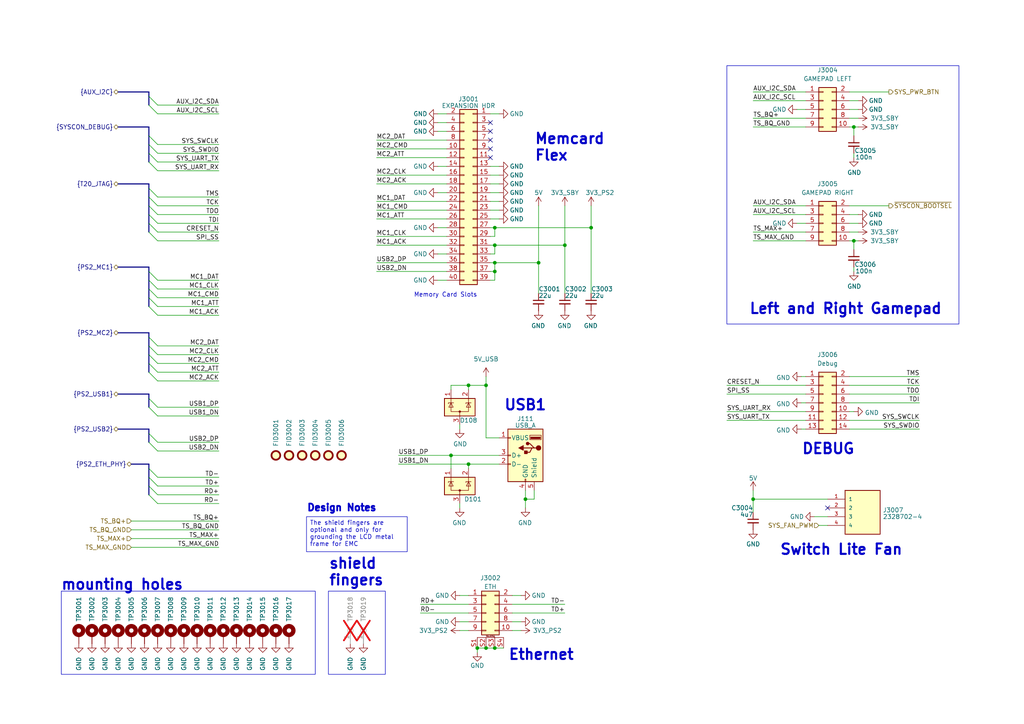
<source format=kicad_sch>
(kicad_sch (version 20230121) (generator eeschema)
  (paper "A4")
  (title_block (title "PS2 IO Connectors") (rev "0.3") (comment 5 "-a project by Tschicki"))
  (junction (at 143.51 66.04))
  (junction (at 143.51 78.74))
  (junction (at 143.51 76.2))
  (junction (at 247.65 36.83))
  (junction (at 130.81 132.08))
  (junction (at 163.83 71.12))
  (junction (at 247.65 69.85))
  (junction (at 143.51 187.96))
  (junction (at 156.21 76.2))
  (junction (at 171.45 66.04))
  (junction (at 218.44 144.78))
  (junction (at 140.97 111.76))
  (junction (at 138.43 187.96))
  (junction (at 140.97 187.96))
  (junction (at 143.51 71.12))
  (junction (at 152.4 144.78))
  (junction (at 135.89 134.62))
  (junction (at 135.89 111.76))
  (no_connect (at 240.03 147.32))
  (no_connect (at 142.24 40.64))
  (no_connect (at 142.24 45.72))
  (no_connect (at 142.24 43.18))
  (no_connect (at 142.24 38.1))
  (no_connect (at 142.24 35.56))
  (bus_entry (at 45.72 107.95) (size -2.54 -2.54))
  (bus_entry (at 45.72 88.9) (size -2.54 -2.54))
  (bus_entry (at 45.72 91.44) (size -2.54 -2.54))
  (bus_entry (at 43.18 57.15) (size 2.54 2.54))
  (bus_entry (at 43.18 64.77) (size 2.54 2.54))
  (bus_entry (at 45.72 81.28) (size -2.54 -2.54))
  (bus_entry (at 43.18 59.69) (size 2.54 2.54))
  (bus_entry (at 45.72 33.02) (size -2.54 -2.54))
  (bus_entry (at 45.72 118.11) (size -2.54 -2.54))
  (bus_entry (at 43.18 27.94) (size 2.54 2.54))
  (bus_entry (at 43.18 39.37) (size 2.54 2.54))
  (bus_entry (at 43.18 54.61) (size 2.54 2.54))
  (bus_entry (at 45.72 110.49) (size -2.54 -2.54))
  (bus_entry (at 45.72 105.41) (size -2.54 -2.54))
  (bus_entry (at 45.72 146.05) (size -2.54 -2.54))
  (bus_entry (at 45.72 128.27) (size -2.54 -2.54))
  (bus_entry (at 45.72 130.81) (size -2.54 -2.54))
  (bus_entry (at 45.72 143.51) (size -2.54 -2.54))
  (bus_entry (at 43.18 41.91) (size 2.54 2.54))
  (bus_entry (at 45.72 86.36) (size -2.54 -2.54))
  (bus_entry (at 45.72 120.65) (size -2.54 -2.54))
  (bus_entry (at 43.18 44.45) (size 2.54 2.54))
  (bus_entry (at 45.72 100.33) (size -2.54 -2.54))
  (bus_entry (at 43.18 46.99) (size 2.54 2.54))
  (bus_entry (at 45.72 102.87) (size -2.54 -2.54))
  (bus_entry (at 45.72 140.97) (size -2.54 -2.54))
  (bus_entry (at 45.72 83.82) (size -2.54 -2.54))
  (bus_entry (at 43.18 67.31) (size 2.54 2.54))
  (bus_entry (at 43.18 62.23) (size 2.54 2.54))
  (bus_entry (at 45.72 138.43) (size -2.54 -2.54))
  (wire (pts (xy 129.54 53.34) (xy 109.22 53.34)))
  (wire (pts (xy 45.72 62.23) (xy 63.5 62.23)))
  (wire (pts (xy 63.5 128.27) (xy 45.72 128.27)))
  (bus (pts (xy 43.18 118.11) (xy 43.18 115.57)))
  (bus (pts (xy 43.18 97.79) (xy 43.18 100.33)))
  (wire (pts (xy 133.35 123.19) (xy 133.35 124.46)))
  (wire (pts (xy 115.57 132.08) (xy 130.81 132.08)))
  (bus (pts (xy 43.18 102.87) (xy 43.18 105.41)))
  (wire (pts (xy 45.72 100.33) (xy 63.5 100.33)))
  (wire (pts (xy 129.54 60.96) (xy 109.22 60.96)))
  (wire (pts (xy 140.97 109.22) (xy 140.97 111.76)))
  (wire (pts (xy 45.72 140.97) (xy 63.5 140.97)))
  (wire (pts (xy 45.72 81.28) (xy 63.5 81.28)))
  (wire (pts (xy 142.24 63.5) (xy 144.78 63.5)))
  (wire (pts (xy 129.54 81.28) (xy 127 81.28)))
  (bus (pts (xy 43.18 64.77) (xy 43.18 67.31)))
  (wire (pts (xy 45.72 59.69) (xy 63.5 59.69)))
  (wire (pts (xy 63.5 41.91) (xy 45.72 41.91)))
  (wire (pts (xy 151.13 172.72) (xy 148.59 172.72)))
  (wire (pts (xy 163.83 175.26) (xy 148.59 175.26)))
  (wire (pts (xy 45.72 83.82) (xy 63.5 83.82)))
  (wire (pts (xy 247.65 69.85) (xy 247.65 72.39)))
  (wire (pts (xy 218.44 142.24) (xy 218.44 144.78)))
  (wire (pts (xy 232.41 116.84) (xy 233.68 116.84)))
  (wire (pts (xy 231.14 64.77) (xy 233.68 64.77)))
  (wire (pts (xy 45.72 69.85) (xy 63.5 69.85)))
  (wire (pts (xy 151.13 180.34) (xy 148.59 180.34)))
  (wire (pts (xy 135.89 134.62) (xy 144.78 134.62)))
  (wire (pts (xy 138.43 187.96) (xy 138.43 189.23)))
  (bus (pts (xy 34.29 26.67) (xy 43.18 26.67)))
  (wire (pts (xy 129.54 58.42) (xy 109.22 58.42)))
  (wire (pts (xy 129.54 38.1) (xy 127 38.1)))
  (wire (pts (xy 143.51 76.2) (xy 143.51 78.74)))
  (wire (pts (xy 121.92 175.26) (xy 135.89 175.26)))
  (wire (pts (xy 143.51 78.74) (xy 142.24 78.74)))
  (wire (pts (xy 210.82 114.3) (xy 233.68 114.3)))
  (wire (pts (xy 246.38 116.84) (xy 266.7 116.84)))
  (bus (pts (xy 34.29 36.83) (xy 43.18 36.83)))
  (bus (pts (xy 43.18 44.45) (xy 43.18 46.99)))
  (bus (pts (xy 43.18 78.74) (xy 43.18 81.28)))
  (wire (pts (xy 129.54 73.66) (xy 127 73.66)))
  (wire (pts (xy 45.72 64.77) (xy 63.5 64.77)))
  (wire (pts (xy 143.51 76.2) (xy 156.21 76.2)))
  (wire (pts (xy 237.49 152.4) (xy 240.03 152.4)))
  (wire (pts (xy 129.54 33.02) (xy 127 33.02)))
  (wire (pts (xy 247.65 119.38) (xy 246.38 119.38)))
  (wire (pts (xy 218.44 34.29) (xy 233.68 34.29)))
  (wire (pts (xy 63.5 44.45) (xy 45.72 44.45)))
  (wire (pts (xy 142.24 50.8) (xy 144.78 50.8)))
  (wire (pts (xy 231.14 31.75) (xy 233.68 31.75)))
  (wire (pts (xy 63.5 156.21) (xy 38.1 156.21)))
  (wire (pts (xy 63.5 153.67) (xy 38.1 153.67)))
  (wire (pts (xy 163.83 59.69) (xy 163.83 71.12)))
  (bus (pts (xy 43.18 81.28) (xy 43.18 83.82)))
  (wire (pts (xy 133.35 147.32) (xy 133.35 146.05)))
  (bus (pts (xy 43.18 138.43) (xy 43.18 140.97)))
  (wire (pts (xy 63.5 130.81) (xy 45.72 130.81)))
  (wire (pts (xy 45.72 105.41) (xy 63.5 105.41)))
  (wire (pts (xy 130.81 135.89) (xy 130.81 132.08)))
  (wire (pts (xy 142.24 66.04) (xy 143.51 66.04)))
  (wire (pts (xy 140.97 187.96) (xy 143.51 187.96)))
  (wire (pts (xy 218.44 29.21) (xy 233.68 29.21)))
  (wire (pts (xy 45.72 138.43) (xy 63.5 138.43)))
  (wire (pts (xy 142.24 58.42) (xy 144.78 58.42)))
  (wire (pts (xy 218.44 36.83) (xy 233.68 36.83)))
  (wire (pts (xy 135.89 135.89) (xy 135.89 134.62)))
  (wire (pts (xy 248.92 34.29) (xy 246.38 34.29)))
  (wire (pts (xy 247.65 44.45) (xy 247.65 45.72)))
  (wire (pts (xy 218.44 59.69) (xy 233.68 59.69)))
  (bus (pts (xy 43.18 135.89) (xy 43.18 138.43)))
  (wire (pts (xy 154.94 142.24) (xy 154.94 144.78)))
  (bus (pts (xy 43.18 114.3) (xy 34.29 114.3)))
  (wire (pts (xy 266.7 121.92) (xy 246.38 121.92)))
  (bus (pts (xy 43.18 86.36) (xy 43.18 88.9)))
  (wire (pts (xy 45.72 118.11) (xy 63.5 118.11)))
  (wire (pts (xy 63.5 158.75) (xy 38.1 158.75)))
  (wire (pts (xy 247.65 36.83) (xy 246.38 36.83)))
  (wire (pts (xy 142.24 73.66) (xy 143.51 73.66)))
  (wire (pts (xy 171.45 66.04) (xy 171.45 85.09)))
  (bus (pts (xy 43.18 53.34) (xy 43.18 54.61)))
  (wire (pts (xy 218.44 62.23) (xy 233.68 62.23)))
  (bus (pts (xy 43.18 125.73) (xy 43.18 124.46)))
  (bus (pts (xy 34.29 53.34) (xy 43.18 53.34)))
  (wire (pts (xy 248.92 36.83) (xy 247.65 36.83)))
  (bus (pts (xy 43.18 77.47) (xy 34.29 77.47)))
  (wire (pts (xy 154.94 144.78) (xy 152.4 144.78)))
  (wire (pts (xy 138.43 187.96) (xy 140.97 187.96)))
  (wire (pts (xy 109.22 76.2) (xy 129.54 76.2)))
  (wire (pts (xy 45.72 57.15) (xy 63.5 57.15)))
  (wire (pts (xy 246.38 114.3) (xy 266.7 114.3)))
  (wire (pts (xy 246.38 109.22) (xy 266.7 109.22)))
  (wire (pts (xy 142.24 68.58) (xy 143.51 68.58)))
  (wire (pts (xy 129.54 48.26) (xy 127 48.26)))
  (bus (pts (xy 43.18 54.61) (xy 43.18 57.15)))
  (wire (pts (xy 156.21 76.2) (xy 156.21 85.09)))
  (wire (pts (xy 140.97 127) (xy 144.78 127)))
  (wire (pts (xy 45.72 110.49) (xy 63.5 110.49)))
  (bus (pts (xy 43.18 57.15) (xy 43.18 59.69)))
  (wire (pts (xy 218.44 144.78) (xy 218.44 148.59)))
  (bus (pts (xy 43.18 105.41) (xy 43.18 107.95)))
  (bus (pts (xy 43.18 128.27) (xy 43.18 125.73)))
  (wire (pts (xy 129.54 40.64) (xy 109.22 40.64)))
  (wire (pts (xy 210.82 111.76) (xy 233.68 111.76)))
  (wire (pts (xy 63.5 151.13) (xy 38.1 151.13)))
  (wire (pts (xy 218.44 144.78) (xy 240.03 144.78)))
  (wire (pts (xy 142.24 81.28) (xy 143.51 81.28)))
  (wire (pts (xy 63.5 49.53) (xy 45.72 49.53)))
  (wire (pts (xy 45.72 88.9) (xy 63.5 88.9)))
  (wire (pts (xy 232.41 124.46) (xy 233.68 124.46)))
  (wire (pts (xy 218.44 67.31) (xy 233.68 67.31)))
  (wire (pts (xy 248.92 31.75) (xy 246.38 31.75)))
  (wire (pts (xy 142.24 60.96) (xy 144.78 60.96)))
  (wire (pts (xy 45.72 67.31) (xy 63.5 67.31)))
  (wire (pts (xy 45.72 102.87) (xy 63.5 102.87)))
  (wire (pts (xy 247.65 36.83) (xy 247.65 39.37)))
  (wire (pts (xy 130.81 111.76) (xy 130.81 113.03)))
  (wire (pts (xy 143.51 187.96) (xy 146.05 187.96)))
  (wire (pts (xy 257.81 26.67) (xy 246.38 26.67)))
  (wire (pts (xy 232.41 109.22) (xy 233.68 109.22)))
  (wire (pts (xy 143.51 71.12) (xy 143.51 73.66)))
  (bus (pts (xy 43.18 41.91) (xy 43.18 44.45)))
  (bus (pts (xy 43.18 100.33) (xy 43.18 102.87)))
  (wire (pts (xy 133.35 172.72) (xy 135.89 172.72)))
  (wire (pts (xy 248.92 64.77) (xy 246.38 64.77)))
  (wire (pts (xy 130.81 132.08) (xy 144.78 132.08)))
  (wire (pts (xy 210.82 121.92) (xy 233.68 121.92)))
  (wire (pts (xy 143.51 66.04) (xy 171.45 66.04)))
  (wire (pts (xy 142.24 71.12) (xy 143.51 71.12)))
  (wire (pts (xy 45.72 143.51) (xy 63.5 143.51)))
  (wire (pts (xy 156.21 59.69) (xy 156.21 76.2)))
  (wire (pts (xy 63.5 33.02) (xy 45.72 33.02)))
  (bus (pts (xy 43.18 124.46) (xy 34.29 124.46)))
  (wire (pts (xy 129.54 55.88) (xy 127 55.88)))
  (wire (pts (xy 135.89 111.76) (xy 135.89 113.03)))
  (wire (pts (xy 152.4 142.24) (xy 152.4 144.78)))
  (wire (pts (xy 143.51 71.12) (xy 163.83 71.12)))
  (bus (pts (xy 43.18 140.97) (xy 43.18 143.51)))
  (wire (pts (xy 129.54 71.12) (xy 109.22 71.12)))
  (wire (pts (xy 143.51 66.04) (xy 143.51 68.58)))
  (wire (pts (xy 142.24 33.02) (xy 144.78 33.02)))
  (wire (pts (xy 129.54 45.72) (xy 109.22 45.72)))
  (wire (pts (xy 142.24 48.26) (xy 144.78 48.26)))
  (wire (pts (xy 129.54 43.18) (xy 109.22 43.18)))
  (wire (pts (xy 266.7 124.46) (xy 246.38 124.46)))
  (wire (pts (xy 210.82 119.38) (xy 233.68 119.38)))
  (wire (pts (xy 257.81 59.69) (xy 246.38 59.69)))
  (wire (pts (xy 129.54 63.5) (xy 109.22 63.5)))
  (wire (pts (xy 236.22 149.86) (xy 240.03 149.86)))
  (wire (pts (xy 247.65 77.47) (xy 247.65 78.74)))
  (wire (pts (xy 45.72 30.48) (xy 63.5 30.48)))
  (wire (pts (xy 218.44 69.85) (xy 233.68 69.85)))
  (bus (pts (xy 43.18 96.52) (xy 43.18 97.79)))
  (wire (pts (xy 142.24 55.88) (xy 144.78 55.88)))
  (wire (pts (xy 248.92 62.23) (xy 246.38 62.23)))
  (wire (pts (xy 133.35 182.88) (xy 135.89 182.88)))
  (wire (pts (xy 152.4 144.78) (xy 152.4 147.32)))
  (wire (pts (xy 218.44 26.67) (xy 233.68 26.67)))
  (wire (pts (xy 140.97 127) (xy 140.97 111.76)))
  (wire (pts (xy 129.54 68.58) (xy 109.22 68.58)))
  (wire (pts (xy 163.83 71.12) (xy 163.83 85.09)))
  (wire (pts (xy 143.51 78.74) (xy 143.51 81.28)))
  (bus (pts (xy 43.18 115.57) (xy 43.18 114.3)))
  (wire (pts (xy 45.72 86.36) (xy 63.5 86.36)))
  (wire (pts (xy 248.92 67.31) (xy 246.38 67.31)))
  (bus (pts (xy 43.18 134.62) (xy 38.1 134.62)))
  (wire (pts (xy 63.5 46.99) (xy 45.72 46.99)))
  (bus (pts (xy 43.18 134.62) (xy 43.18 135.89)))
  (wire (pts (xy 248.92 29.21) (xy 246.38 29.21)))
  (wire (pts (xy 142.24 76.2) (xy 143.51 76.2)))
  (bus (pts (xy 43.18 59.69) (xy 43.18 62.23)))
  (wire (pts (xy 247.65 69.85) (xy 246.38 69.85)))
  (wire (pts (xy 148.59 182.88) (xy 151.13 182.88)))
  (bus (pts (xy 43.18 83.82) (xy 43.18 86.36)))
  (wire (pts (xy 163.83 177.8) (xy 148.59 177.8)))
  (bus (pts (xy 43.18 39.37) (xy 43.18 41.91)))
  (wire (pts (xy 45.72 120.65) (xy 63.5 120.65)))
  (wire (pts (xy 109.22 78.74) (xy 129.54 78.74)))
  (wire (pts (xy 129.54 35.56) (xy 127 35.56)))
  (wire (pts (xy 115.57 134.62) (xy 135.89 134.62)))
  (wire (pts (xy 171.45 59.69) (xy 171.45 66.04)))
  (bus (pts (xy 43.18 62.23) (xy 43.18 64.77)))
  (wire (pts (xy 133.35 180.34) (xy 135.89 180.34)))
  (wire (pts (xy 246.38 111.76) (xy 266.7 111.76)))
  (wire (pts (xy 135.89 111.76) (xy 130.81 111.76)))
  (wire (pts (xy 129.54 66.04) (xy 127 66.04)))
  (bus (pts (xy 43.18 36.83) (xy 43.18 39.37)))
  (wire (pts (xy 45.72 91.44) (xy 63.5 91.44)))
  (wire (pts (xy 248.92 69.85) (xy 247.65 69.85)))
  (bus (pts (xy 43.18 77.47) (xy 43.18 78.74)))
  (wire (pts (xy 129.54 50.8) (xy 109.22 50.8)))
  (wire (pts (xy 45.72 146.05) (xy 63.5 146.05)))
  (wire (pts (xy 121.92 177.8) (xy 135.89 177.8)))
  (bus (pts (xy 34.29 96.52) (xy 43.18 96.52)))
  (bus (pts (xy 43.18 27.94) (xy 43.18 30.48)))
  (bus (pts (xy 43.18 26.67) (xy 43.18 27.94)))
  (wire (pts (xy 142.24 53.34) (xy 144.78 53.34)))
  (wire (pts (xy 45.72 107.95) (xy 63.5 107.95)))
  (wire (pts (xy 140.97 111.76) (xy 135.89 111.76)))
  (rectangle (start 17.78 171.45) (end 91.44 195.58))
  (rectangle (start 210.82 19.05) (end 278.13 93.98))
  (rectangle (start 95.25 171.45) (end 111.76 195.58))
  (text_box "The shield fingers are optional and only for grounding the LCD metal frame for EMC" (at 88.9 149.86 0) (size 29.21 10.16) (effects (font (size 1.27 1.27)) (justify left top)))
  (text "DEBUG" (at 232.41 132.08 0) (effects (font (size 3 3) (thickness 0.6) bold) (justify left bottom)))
  (text "Design Notes" (at 88.9 148.59 0) (effects (font (size 2 2) (thickness 1) bold) (justify left bottom)))
  (text "USB1" (at 146.05 119.38 0) (effects (font (size 3 3) (thickness 0.6) bold) (justify left bottom)))
  (text "Ethernet" (at 147.32 191.77 0) (effects (font (size 3 3) (thickness 0.6) bold) (justify left bottom)))
  (text "Switch Lite Fan" (at 226.06 161.29 0) (effects (font (size 3 3) (thickness 0.6) bold) (justify left bottom)))
  (text "Memcard\nFlex" (at 154.94 46.99 0) (effects (font (size 3 3) (thickness 0.6) bold) (justify left bottom)))
  (text "Left and Right Gamepad" (at 217.17 91.44 0) (effects (font (size 3 3) (thickness 0.6) bold) (justify left bottom)))
  (text "Memory Card Slots" (at 138.43 86.36 0) (effects (font (size 1.27 1.27)) (justify right bottom)))
  (text "mounting holes" (at 53.34 171.45 0) (effects (font (size 3 3) (thickness 0.6) bold) (justify right bottom)))
  (text "shield\nfingers" (at 95.25 170.18 0) (effects (font (size 3 3) (thickness 0.6) bold) (justify left bottom)))
  (label "MC1_ACK" (at 63.5 91.44 180))
  (label "MC1_DAT" (at 63.5 81.28 180))
  (label "MC1_CMD" (at 109.22 60.96 0))
  (label "SYS_SWCLK" (at 266.7 121.92 180))
  (label "USB1_DN" (at 63.5 120.65 180))
  (label "USB1_DP" (at 63.5 118.11 180))
  (label "TDO" (at 63.5 62.23 180))
  (label "TD-" (at 163.83 175.26 180))
  (label "SPI_SS" (at 210.82 114.3 0))
  (label "TS_MAX_GND" (at 218.44 69.85 0))
  (label "SYS_UART_TX" (at 210.82 121.92 0))
  (label "CRESET_N" (at 63.5 67.31 180))
  (label "USB2_DP" (at 109.22 76.2 0))
  (label "TDO" (at 266.7 114.3 180))
  (label "USB1_DP" (at 115.57 132.08 0))
  (label "AUX_I2C_SCL" (at 63.5 33.02 180))
  (label "MC2_CLK" (at 109.22 50.8 0))
  (label "TD-" (at 63.5 138.43 180))
  (label "TCK" (at 266.7 111.76 180))
  (label "SYS_UART_RX" (at 63.5 49.53 180))
  (label "MC2_ACK" (at 109.22 53.34 0))
  (label "MC1_ACK" (at 109.22 71.12 0))
  (label "MC2_CMD" (at 63.5 105.41 180))
  (label "TS_MAX+" (at 218.44 67.31 0))
  (label "RD+" (at 121.92 175.26 0))
  (label "TS_BQ+" (at 218.44 34.29 0))
  (label "TMS" (at 63.5 57.15 180))
  (label "MC1_CLK" (at 109.22 68.58 0))
  (label "MC2_DAT" (at 109.22 40.64 0))
  (label "MC1_CMD" (at 63.5 86.36 180))
  (label "TS_MAX+" (at 63.5 156.21 180))
  (label "SYS_SWDIO" (at 266.7 124.46 180))
  (label "SYS_SWCLK" (at 63.5 41.91 180))
  (label "TDI" (at 266.7 116.84 180))
  (label "RD-" (at 63.5 146.05 180))
  (label "MC1_DAT" (at 109.22 58.42 0))
  (label "TS_BQ_GND" (at 218.44 36.83 0))
  (label "TMS" (at 266.7 109.22 180))
  (label "USB2_DN" (at 63.5 130.81 180))
  (label "TD+" (at 163.83 177.8 180))
  (label "TDI" (at 63.5 64.77 180))
  (label "SYS_UART_TX" (at 63.5 46.99 180))
  (label "SPI_SS" (at 63.5 69.85 180))
  (label "AUX_I2C_SDA" (at 63.5 30.48 180))
  (label "AUX_I2C_SDA" (at 218.44 26.67 0))
  (label "TS_BQ_GND" (at 63.5 153.67 180))
  (label "MC2_ATT" (at 109.22 45.72 0))
  (label "MC2_CMD" (at 109.22 43.18 0))
  (label "AUX_I2C_SCL" (at 218.44 62.23 0))
  (label "AUX_I2C_SDA" (at 218.44 59.69 0))
  (label "CRESET_N" (at 210.82 111.76 0))
  (label "RD+" (at 63.5 143.51 180))
  (label "SYS_SWDIO" (at 63.5 44.45 180))
  (label "USB2_DN" (at 109.22 78.74 0))
  (label "TS_MAX_GND" (at 63.5 158.75 180))
  (label "MC2_ACK" (at 63.5 110.49 180))
  (label "MC1_ATT" (at 63.5 88.9 180))
  (label "TD+" (at 63.5 140.97 180))
  (label "MC2_CLK" (at 63.5 102.87 180))
  (label "TCK" (at 63.5 59.69 180))
  (label "TS_BQ+" (at 63.5 151.13 180))
  (label "AUX_I2C_SCL" (at 218.44 29.21 0))
  (label "MC1_CLK" (at 63.5 83.82 180))
  (label "MC2_ATT" (at 63.5 107.95 180))
  (label "SYS_UART_RX" (at 210.82 119.38 0))
  (label "MC2_DAT" (at 63.5 100.33 180))
  (label "RD-" (at 121.92 177.8 0))
  (label "USB2_DP" (at 63.5 128.27 180))
  (label "MC1_ATT" (at 109.22 63.5 0))
  (label "USB1_DN" (at 115.57 134.62 0))
  (hierarchical_label "TS_BQ_GND" (shape input) (at 38.1 153.67 180))
  (hierarchical_label "~{SYSCON_BOOTSEL}" (shape output) (at 257.81 59.69 0))
  (hierarchical_label "{PS2_USB2}" (shape bidirectional) (at 34.29 124.46 180))
  (hierarchical_label "TS_BQ+" (shape input) (at 38.1 151.13 180))
  (hierarchical_label "TS_MAX_GND" (shape input) (at 38.1 158.75 180))
  (hierarchical_label "{PS2_USB1}" (shape bidirectional) (at 34.29 114.3 180))
  (hierarchical_label "{T20_JTAG}" (shape bidirectional) (at 34.29 53.34 180))
  (hierarchical_label "{AUX_I2C}" (shape bidirectional) (at 34.29 26.67 180))
  (hierarchical_label "SYS_PWR_BTN" (shape output) (at 257.81 26.67 0))
  (hierarchical_label "SYS_FAN_PWM" (shape input) (at 237.49 152.4 180))
  (hierarchical_label "{PS2_MC1}" (shape bidirectional) (at 34.29 77.47 180))
  (hierarchical_label "TS_MAX+" (shape input) (at 38.1 156.21 180))
  (hierarchical_label "{SYSCON_DEBUG}" (shape bidirectional) (at 34.29 36.83 180))
  (hierarchical_label "{PS2_ETH_PHY}" (shape bidirectional) (at 38.1 134.62 180))
  (hierarchical_label "{PS2_MC2}" (shape bidirectional) (at 34.29 96.52 180))
  (symbol (lib_id "power:GND") (at 80.01 186.69 0) (mirror y) (unit 1)
    (property "Reference" "#PWR0137" (effects hide))
    (property "Value" "GND" (at 80.01 190.5 90) (effects (justify right)))
    (instances (project "Memory_Card" (path "" (reference "#PWR0137") (unit 1))) (project "PS2_Power_Management_02" (path "" (reference "#PWR0326") (unit 1))) (project "PS2_79004_Rev_0_4" (path "" (reference "#PWR03016") (unit 1))))
  )
  (symbol (lib_id "power:GND") (at 60.96 186.69 0) (mirror y) (unit 1)
    (property "Reference" "#PWR0137" (effects hide))
    (property "Value" "GND" (at 60.96 190.5 90) (effects (justify right)))
    (instances (project "Memory_Card" (path "" (reference "#PWR0137") (unit 1))) (project "PS2_Power_Management_02" (path "" (reference "#PWR0326") (unit 1))) (project "PS2_79004_Rev_0_4" (path "" (reference "#PWR03011") (unit 1))))
  )
  (symbol (lib_id "Mechanical:Fiducial") (at 87.63 132.08 0) (unit 1) (in_bom no)
    (property "Reference" "FID3003" (at 87.63 129.54 90) (effects (justify left)))
    (property "Value" "Fiducial" (effects hide))
    (property "Footprint" "PS2:Fiducial_1mm_Mask2mm" (effects hide))
  )
  (symbol (lib_id "PS2:MountingHole_Pad") (at 72.39 184.15 0) (unit 1) (in_bom no)
    (property "Reference" "TP3014" (at 72.39 180.34 90) (effects (justify left)))
    (property "Value" "Solder_Point" (effects hide))
    (property "Footprint" "PS2:mounting_hole_1.6mm" (effects hide))
  )
  (symbol (lib_id "PS2:DF40C-10DS-0.4V") (at 238.76 31.75 0) (unit 1)
    (property "Reference" "J3004" (at 240.03 20.32 0))
    (property "Value" "GAMEPAD LEFT" (at 240.03 22.86 0))
    (property "Footprint" "PS2:DF40C-10DS-0.4V51_HIR" (effects hide))
    (property "Datasheet" "https://www.hirose.com/en/product/document?clcode=&productname=&series=DF40&documenttype=Catalog&lang=en&documentid=en_DF40_CAT" (effects hide))
    (property "Part Number" "DF40C-10DS-0.4V(51)" (effects hide))
  )
  (symbol (lib_id "power:GND") (at 57.15 186.69 0) (mirror y) (unit 1)
    (property "Reference" "#PWR0137" (effects hide))
    (property "Value" "GND" (at 57.15 190.5 90) (effects (justify right)))
    (instances (project "Memory_Card" (path "" (reference "#PWR0137") (unit 1))) (project "PS2_Power_Management_02" (path "" (reference "#PWR0326") (unit 1))) (project "PS2_79004_Rev_0_4" (path "" (reference "#PWR03010") (unit 1))))
  )
  (symbol (lib_id "power:GND") (at 152.4 147.32 0) (mirror y) (unit 1)
    (property "Reference" "#PWR0277" (effects hide))
    (property "Value" "GND" (at 152.2857 151.6444 0))
    (instances (project "PS2_Power_Management_02" (path "" (reference "#PWR0277") (unit 1))) (project "PS2_Front_IO_Breakout" (path "" (reference "#PWR0144") (unit 1))) (project "PS2_79004_Rev_0_4" (path "" (reference "#PWR03046") (unit 1))))
  )
  (symbol (lib_id "power:GND") (at 232.41 109.22 270) (unit 1)
    (property "Reference" "#PWR0151" (effects hide))
    (property "Value" "GND" (at 229.2351 109.5368 90) (effects (justify right)))
    (instances (project "Trion_T20_Devboard_02" (path "" (reference "#PWR0151") (unit 1)) (path "" (reference "#PWR0405") (unit 1))) (project "PS2_79004_Rev_0_4" (path "" (reference "#PWR03057") (unit 1))))
  )
  (symbol (lib_id "PS2:3V5_SBY") (at 163.83 59.69 0) (mirror y) (unit 1)
    (property "Reference" "#PWR0197" (effects hide))
    (property "Value" "3V3_SBY" (at 163.83 55.88 0))
    (instances (project "PS2_Power_Management_02" (path "" (reference "#PWR0197") (unit 1))) (project "PS2_79004_Rev_0_4" (path "" (reference "#PWR03049") (unit 1))))
  )
  (symbol (lib_id "PS2:Switch Lite Fan Connector") (at 250.19 149.86 0) (unit 1)
    (property "Reference" "J3007" (at 256.032 147.9463 0) (effects (justify left)))
    (property "Value" "2328702-4" (at 256.032 149.8673 0) (effects (justify left)))
    (property "Footprint" "PS2:TE_2328702-4" (effects hide))
    (property "Part Number" "2328702-4" (effects hide))
  )
  (symbol (lib_id "power:GND") (at 101.6 186.69 0) (mirror y) (unit 1)
    (property "Reference" "#PWR0137" (effects hide))
    (property "Value" "GND" (at 101.6 190.5 90) (effects (justify right)))
    (instances (project "Memory_Card" (path "" (reference "#PWR0137") (unit 1))) (project "PS2_Power_Management_02" (path "" (reference "#PWR0326") (unit 1))) (project "PS2_79004_Rev_0_4" (path "" (reference "#PWR03018") (unit 1))))
  )
  (symbol (lib_id "power:GND") (at 144.78 48.26 90) (mirror x) (unit 1)
    (property "Reference" "#PWR0230" (effects hide))
    (property "Value" "GND" (at 149.86 48.26 90))
    (instances (project "PS2_Power_Management_02" (path "" (reference "#PWR0230") (unit 1))) (project "PS2_Power_Eval" (path "" (reference "#PWR0170") (unit 1))) (project "PS2_79004_Rev_0_4" (path "" (reference "#PWR03036") (unit 1))))
  )
  (symbol (lib_id "power:GND") (at 247.65 119.38 90) (mirror x) (unit 1)
    (property "Reference" "#PWR0151" (effects hide))
    (property "Value" "GND" (at 250.8249 119.6968 90) (effects (justify right)))
    (instances (project "Trion_T20_Devboard_02" (path "" (reference "#PWR0151") (unit 1)) (path "" (reference "#PWR0405") (unit 1))) (project "PS2_79004_Rev_0_4" (path "" (reference "#PWR03065") (unit 1))))
  )
  (symbol (lib_id "PS2_Capacitors:C_4u7_0603") (at 218.44 151.13 0) (mirror y) (unit 1)
    (property "Reference" "C3004" (at 218.44 147.32 0) (effects (justify left)))
    (property "Value" "4u7" (at 218.44 149.225 0) (effects (justify left)))
    (property "Footprint" "PS2:C_0603_1608Metric" (effects hide))
    (property "Part Number" "CL10A475KO8NNNC" (effects hide))
  )
  (symbol (lib_id "power:GND") (at 144.78 58.42 90) (mirror x) (unit 1)
    (property "Reference" "#PWR0230" (effects hide))
    (property "Value" "GND" (at 149.86 58.42 90))
    (instances (project "PS2_Power_Management_02" (path "" (reference "#PWR0230") (unit 1))) (project "PS2_Power_Eval" (path "" (reference "#PWR0170") (unit 1))) (project "PS2_79004_Rev_0_4" (path "" (reference "#PWR03040") (unit 1))))
  )
  (symbol (lib_id "PS2:MountingHole_Pad") (at 26.67 184.15 0) (unit 1) (in_bom no)
    (property "Reference" "TP3002" (at 26.67 180.34 90) (effects (justify left)))
    (property "Value" "Solder_Point" (effects hide))
    (property "Footprint" "PS2:mounting_hole_1.6mm" (effects hide))
  )
  (symbol (lib_id "power:GND") (at 248.92 64.77 90) (mirror x) (unit 1)
    (property "Reference" "#PWR0230" (effects hide))
    (property "Value" "GND" (at 254 64.77 90))
    (instances (project "PS2_Power_Management_02" (path "" (reference "#PWR0230") (unit 1))) (project "PS2_Power_Eval" (path "" (reference "#PWR0170") (unit 1))) (project "PS2_79004_Rev_0_4" (path "" (reference "#PWR03071") (unit 1))))
  )
  (symbol (lib_id "power:GND") (at 127 33.02 270) (unit 1)
    (property "Reference" "#PWR0230" (effects hide))
    (property "Value" "GND" (at 121.92 33.02 90))
    (instances (project "PS2_Power_Management_02" (path "" (reference "#PWR0230") (unit 1))) (project "PS2_Power_Eval" (path "" (reference "#PWR0170") (unit 1))) (project "PS2_79004_Rev_0_4" (path "" (reference "#PWR03020") (unit 1))))
  )
  (symbol (lib_id "PS2:DF40C-40DS-0.4V") (at 137.16 55.88 0) (mirror y) (unit 1)
    (property "Reference" "J3001" (at 135.89 28.7401 0))
    (property "Value" "EXPANSION HDR" (at 135.89 30.6611 0))
    (property "Footprint" "PS2:DF40C-40DS-0.4V" (effects hide))
    (property "Part Number" "DF40C-40DS-0.4V(51)" (effects hide))
  )
  (symbol (lib_id "power:GND") (at 144.78 60.96 90) (mirror x) (unit 1)
    (property "Reference" "#PWR0230" (effects hide))
    (property "Value" "GND" (at 149.86 60.96 90))
    (instances (project "PS2_Power_Management_02" (path "" (reference "#PWR0230") (unit 1))) (project "PS2_Power_Eval" (path "" (reference "#PWR0170") (unit 1))) (project "PS2_79004_Rev_0_4" (path "" (reference "#PWR03041") (unit 1))))
  )
  (symbol (lib_id "Connector_Generic:Conn_02x07_Odd_Even") (at 238.76 116.84 0) (unit 1)
    (property "Reference" "J3006" (at 240.03 102.87 0))
    (property "Value" "Debug" (at 240.03 105.41 0))
    (property "Footprint" "PS2:FTSH-107-01-F-DV-K-P-TR" (effects hide))
    (property "Part Number" "FTSH-107-01-F-DV-K-P-TR" (effects hide))
  )
  (symbol (lib_id "PS2:3V5_SBY") (at 248.92 34.29 270) (mirror x) (unit 1)
    (property "Reference" "#PWR0197" (effects hide))
    (property "Value" "3V3_SBY" (at 256.54 34.29 90))
    (instances (project "PS2_Power_Management_02" (path "" (reference "#PWR0197") (unit 1))) (project "PS2_79004_Rev_0_4" (path "" (reference "#PWR03068") (unit 1))))
  )
  (symbol (lib_id "PS2:3V5") (at 133.35 182.88 90) (unit 1)
    (property "Reference" "#PWR03032" (effects hide))
    (property "Value" "3V3_PS2" (at 125.73 182.88 90))
  )
  (symbol (lib_id "power:GND") (at 151.13 172.72 90) (mirror x) (unit 1)
    (property "Reference" "#PWR03043" (effects hide))
    (property "Value" "GND" (at 156.21 172.72 90))
  )
  (symbol (lib_id "power:GND") (at 127 81.28 270) (mirror x) (unit 1)
    (property "Reference" "#PWR0230" (effects hide))
    (property "Value" "GND" (at 121.92 81.28 90))
    (instances (project "PS2_Power_Management_02" (path "" (reference "#PWR0230") (unit 1))) (project "PS2_Power_Eval" (path "" (reference "#PWR0170") (unit 1))) (project "PS2_79004_Rev_0_4" (path "" (reference "#PWR03027") (unit 1))))
  )
  (symbol (lib_id "PS2_Capacitors:C_22u_0805") (at 156.21 87.63 0) (unit 1)
    (property "Reference" "C3001" (at 156.21 83.82 0) (effects (justify left)))
    (property "Value" "22u" (at 156.21 85.725 0) (effects (justify left)))
    (property "Footprint" "PS2:C_0805_2012Metric" (effects hide))
    (property "Datasheet" "https://www.mouser.at/datasheet/2/281/1/GRM21BR61A226ME44_01A-1986880.pdf" (effects hide))
    (property "Part Number" "GRM21BR61A226ME44L" (effects hide))
  )
  (symbol (lib_id "power:GND") (at 156.21 90.17 0) (mirror y) (unit 1)
    (property "Reference" "#PWR03048" (effects hide))
    (property "Value" "GND" (at 156.0957 94.4944 0))
  )
  (symbol (lib_id "PS2:MountingHole_Pad") (at 83.82 184.15 0) (unit 1) (in_bom no)
    (property "Reference" "TP3017" (at 83.82 180.34 90) (effects (justify left)))
    (property "Value" "Solder_Point" (effects hide))
    (property "Footprint" "PS2:mounting_hole_1.6mm" (effects hide))
  )
  (symbol (lib_id "Mechanical:Fiducial") (at 83.82 132.08 0) (unit 1) (in_bom no)
    (property "Reference" "FID3002" (at 83.82 129.54 90) (effects (justify left)))
    (property "Value" "Fiducial" (effects hide))
    (property "Footprint" "PS2:Fiducial_1mm_Mask2mm" (effects hide))
  )
  (symbol (lib_id "power:GND") (at 64.77 186.69 0) (mirror y) (unit 1)
    (property "Reference" "#PWR0137" (effects hide))
    (property "Value" "GND" (at 64.77 190.5 90) (effects (justify right)))
    (instances (project "Memory_Card" (path "" (reference "#PWR0137") (unit 1))) (project "PS2_Power_Management_02" (path "" (reference "#PWR0326") (unit 1))) (project "PS2_79004_Rev_0_4" (path "" (reference "#PWR03012") (unit 1))))
  )
  (symbol (lib_id "PS2_Capacitors:C_100n_0402") (at 247.65 41.91 0) (unit 1)
    (property "Reference" "C3005" (at 247.8152 43.6816 0) (effects (justify left)))
    (property "Value" "100n" (at 248.0692 45.5993 0) (effects (justify left)))
    (property "Footprint" "PS2:C_0402_1005Metric" (effects hide))
    (property "Part Number" "CC0402KRX7R7BB104" (effects hide))
  )
  (symbol (lib_id "power:GND") (at 144.78 50.8 90) (unit 1)
    (property "Reference" "#PWR0230" (effects hide))
    (property "Value" "GND" (at 149.86 50.8 90))
    (instances (project "PS2_Power_Management_02" (path "" (reference "#PWR0230") (unit 1))) (project "PS2_Power_Eval" (path "" (reference "#PWR0170") (unit 1))) (project "PS2_79004_Rev_0_4" (path "" (reference "#PWR03037") (unit 1))))
  )
  (symbol (lib_id "power:GND") (at 248.92 29.21 90) (mirror x) (unit 1)
    (property "Reference" "#PWR0230" (effects hide))
    (property "Value" "GND" (at 254 29.21 90))
    (instances (project "PS2_Power_Management_02" (path "" (reference "#PWR0230") (unit 1))) (project "PS2_Power_Eval" (path "" (reference "#PWR0170") (unit 1))) (project "PS2_79004_Rev_0_4" (path "" (reference "#PWR03066") (unit 1))))
  )
  (symbol (lib_id "PS2_Capacitors:C_22u_0805") (at 163.83 87.63 0) (unit 1)
    (property "Reference" "C3002" (at 163.83 83.82 0) (effects (justify left)))
    (property "Value" "22u" (at 163.83 85.725 0) (effects (justify left)))
    (property "Footprint" "PS2:C_0805_2012Metric" (effects hide))
    (property "Datasheet" "https://www.mouser.at/datasheet/2/281/1/GRM21BR61A226ME44_01A-1986880.pdf" (effects hide))
    (property "Part Number" "GRM21BR61A226ME44L" (effects hide))
  )
  (symbol (lib_id "power:GND") (at 133.35 124.46 0) (unit 1)
    (property "Reference" "#PWR0267" (effects hide))
    (property "Value" "GND" (at 133.4643 128.7844 0))
    (instances (project "PS2_Power_Management_02" (path "" (reference "#PWR0267") (unit 1))) (project "PS2_Front_IO_Breakout" (path "" (reference "#PWR0128") (unit 1))) (project "PS2_79004_Rev_0_4" (path "" (reference "#PWR03028") (unit 1))))
  )
  (symbol (lib_id "power:GND") (at 105.41 186.69 0) (mirror y) (unit 1)
    (property "Reference" "#PWR0137" (effects hide))
    (property "Value" "GND" (at 105.41 190.5 90) (effects (justify right)))
    (instances (project "Memory_Card" (path "" (reference "#PWR0137") (unit 1))) (project "PS2_Power_Management_02" (path "" (reference "#PWR0326") (unit 1))) (project "PS2_79004_Rev_0_4" (path "" (reference "#PWR03019") (unit 1))))
  )
  (symbol (lib_id "PS2:5V") (at 156.21 59.69 0) (unit 1)
    (property "Reference" "#PWR0203" (effects hide))
    (property "Value" "5V" (at 156.21 55.88 0))
    (instances (project "PS2_Power_Management_02" (path "" (reference "#PWR0203") (unit 1))) (project "PS2_79004_Rev_0_4" (path "" (reference "#PWR03047") (unit 1))))
  )
  (symbol (lib_id "PS2:3V5_SBY") (at 248.92 69.85 270) (mirror x) (unit 1)
    (property "Reference" "#PWR0197" (effects hide))
    (property "Value" "3V3_SBY" (at 256.54 69.85 90))
    (instances (project "PS2_Power_Management_02" (path "" (reference "#PWR0197") (unit 1))) (project "PS2_79004_Rev_0_4" (path "" (reference "#PWR03073") (unit 1))))
  )
  (symbol (lib_id "power:GND") (at 247.65 78.74 0) (unit 1)
    (property "Reference" "#PWR03064" (effects hide))
    (property "Value" "GND" (at 247.7643 83.0644 0))
  )
  (symbol (lib_id "PS2:3V5") (at 151.13 182.88 270) (mirror x) (unit 1)
    (property "Reference" "#PWR03045" (effects hide))
    (property "Value" "3V3_PS2" (at 158.75 182.88 90))
  )
  (symbol (lib_id "power:GND") (at 248.92 62.23 90) (mirror x) (unit 1)
    (property "Reference" "#PWR0230" (effects hide))
    (property "Value" "GND" (at 254 62.23 90))
    (instances (project "PS2_Power_Management_02" (path "" (reference "#PWR0230") (unit 1))) (project "PS2_Power_Eval" (path "" (reference "#PWR0170") (unit 1))) (project "PS2_79004_Rev_0_4" (path "" (reference "#PWR03070") (unit 1))))
  )
  (symbol (lib_id "power:GND") (at 72.39 186.69 0) (mirror y) (unit 1)
    (property "Reference" "#PWR0137" (effects hide))
    (property "Value" "GND" (at 72.39 190.5 90) (effects (justify right)))
    (instances (project "Memory_Card" (path "" (reference "#PWR0137") (unit 1))) (project "PS2_Power_Management_02" (path "" (reference "#PWR0326") (unit 1))) (project "PS2_79004_Rev_0_4" (path "" (reference "#PWR03014") (unit 1))))
  )
  (symbol (lib_id "power:GND") (at 171.45 90.17 0) (mirror y) (unit 1)
    (property "Reference" "#PWR03052" (effects hide))
    (property "Value" "GND" (at 171.3357 94.4944 0))
  )
  (symbol (lib_id "PS2:3V5") (at 171.45 59.69 0) (mirror y) (unit 1)
    (property "Reference" "#PWR0198" (effects hide))
    (property "Value" "3V3_PS2" (at 173.99 55.88 0))
    (instances (project "PS2_Power_Management_02" (path "" (reference "#PWR0198") (unit 1))) (project "PS2_79004_Rev_0_4" (path "" (reference "#PWR03051") (unit 1))))
  )
  (symbol (lib_id "power:GND") (at 127 55.88 270) (unit 1)
    (property "Reference" "#PWR0230" (effects hide))
    (property "Value" "GND" (at 121.92 55.88 90))
    (instances (project "PS2_Power_Management_02" (path "" (reference "#PWR0230") (unit 1))) (project "PS2_Power_Eval" (path "" (reference "#PWR0170") (unit 1))) (project "PS2_79004_Rev_0_4" (path "" (reference "#PWR03024") (unit 1))))
  )
  (symbol (lib_id "power:GND") (at 138.43 189.23 0) (unit 1)
    (property "Reference" "#PWR03033" (effects hide))
    (property "Value" "GND" (at 138.43 193.04 0))
  )
  (symbol (lib_id "power:GND") (at 247.65 45.72 0) (unit 1)
    (property "Reference" "#PWR03063" (effects hide))
    (property "Value" "GND" (at 247.7643 50.0444 0))
  )
  (symbol (lib_id "PS2:MountingHole_Pad") (at 80.01 184.15 0) (unit 1) (in_bom no)
    (property "Reference" "TP3016" (at 80.01 180.34 90) (effects (justify left)))
    (property "Value" "Solder_Point" (effects hide))
    (property "Footprint" "PS2:mounting_hole_1.6mm" (effects hide))
  )
  (symbol (lib_id "power:GND") (at 83.82 186.69 0) (mirror y) (unit 1)
    (property "Reference" "#PWR0137" (effects hide))
    (property "Value" "GND" (at 83.82 190.5 90) (effects (justify right)))
    (instances (project "Memory_Card" (path "" (reference "#PWR0137") (unit 1))) (project "PS2_Power_Management_02" (path "" (reference "#PWR0326") (unit 1))) (project "PS2_79004_Rev_0_4" (path "" (reference "#PWR03017") (unit 1))))
  )
  (symbol (lib_id "power:GND") (at 144.78 63.5 90) (mirror x) (unit 1)
    (property "Reference" "#PWR0230" (effects hide))
    (property "Value" "GND" (at 149.86 63.5 90))
    (instances (project "PS2_Power_Management_02" (path "" (reference "#PWR0230") (unit 1))) (project "PS2_Power_Eval" (path "" (reference "#PWR0170") (unit 1))) (project "PS2_79004_Rev_0_4" (path "" (reference "#PWR03042") (unit 1))))
  )
  (symbol (lib_id "PS2:MountingHole_Pad") (at 34.29 184.15 0) (unit 1) (in_bom no)
    (property "Reference" "TP3004" (at 34.29 180.34 90) (effects (justify left)))
    (property "Value" "Solder_Point" (effects hide))
    (property "Footprint" "PS2:mounting_hole_1.6mm" (effects hide))
  )
  (symbol (lib_id "PS2:USB_A") (at 152.4 132.08 0) (mirror y) (unit 1)
    (property "Reference" "J111" (at 152.4 121.4501 0))
    (property "Value" "USB_A" (at 152.4 123.3711 0))
    (property "Footprint" "PS2:PS2_USB_mid_mount" (effects hide))
    (property "Datasheet" " ~" (effects hide))
    (property "Part Number" "get from PS2 70k to 79k" (effects hide))
    (instances (project "PS2_Power_Management_02" (path "" (reference "J111") (unit 1))) (project "PS2_Front_IO_Breakout" (path "" (reference "J104") (unit 1))) (project "PS2_79004_Rev_0_4" (path "" (reference "J3003") (unit 1))))
  )
  (symbol (lib_id "power:GND") (at 231.14 64.77 270) (mirror x) (unit 1)
    (property "Reference" "#PWR0230" (effects hide))
    (property "Value" "GND" (at 226.06 64.77 90))
    (instances (project "PS2_Power_Management_02" (path "" (reference "#PWR0230") (unit 1))) (project "PS2_Power_Eval" (path "" (reference "#PWR0170") (unit 1))) (project "PS2_79004_Rev_0_4" (path "" (reference "#PWR03056") (unit 1))))
  )
  (symbol (lib_id "PS2_Capacitors:C_22u_0805") (at 171.45 87.63 0) (unit 1)
    (property "Reference" "C3003" (at 171.45 83.82 0) (effects (justify left)))
    (property "Value" "22u" (at 171.45 85.725 0) (effects (justify left)))
    (property "Footprint" "PS2:C_0805_2012Metric" (effects hide))
    (property "Datasheet" "https://www.mouser.at/datasheet/2/281/1/GRM21BR61A226ME44_01A-1986880.pdf" (effects hide))
    (property "Part Number" "GRM21BR61A226ME44L" (effects hide))
  )
  (symbol (lib_id "PS2:5V") (at 218.44 142.24 0) (unit 1)
    (property "Reference" "#PWR03053" (effects hide))
    (property "Value" "5V" (at 218.44 138.684 0))
  )
  (symbol (lib_id "Mechanical:Fiducial") (at 95.25 132.08 0) (unit 1) (in_bom no)
    (property "Reference" "FID3005" (at 95.25 129.54 90) (effects (justify left)))
    (property "Value" "Fiducial" (effects hide))
    (property "Footprint" "PS2:Fiducial_1mm_Mask2mm" (effects hide))
  )
  (symbol (lib_id "power:GND") (at 133.35 172.72 270) (unit 1)
    (property "Reference" "#PWR03030" (effects hide))
    (property "Value" "GND" (at 128.27 172.72 90))
  )
  (symbol (lib_id "power:GND") (at 144.78 55.88 90) (unit 1)
    (property "Reference" "#PWR0230" (effects hide))
    (property "Value" "GND" (at 149.86 55.88 90))
    (instances (project "PS2_Power_Management_02" (path "" (reference "#PWR0230") (unit 1))) (project "PS2_Power_Eval" (path "" (reference "#PWR0170") (unit 1))) (project "PS2_79004_Rev_0_4" (path "" (reference "#PWR03039") (unit 1))))
  )
  (symbol (lib_id "PS2:MountingHole_Pad") (at 41.91 184.15 0) (unit 1) (in_bom no)
    (property "Reference" "TP3006" (at 41.91 180.34 90) (effects (justify left)))
    (property "Value" "Solder_Point" (effects hide))
    (property "Footprint" "PS2:mounting_hole_1.6mm" (effects hide))
  )
  (symbol (lib_id "power:GND") (at 30.48 186.69 0) (mirror y) (unit 1)
    (property "Reference" "#PWR0137" (effects hide))
    (property "Value" "GND" (at 30.48 190.5 90) (effects (justify right)))
    (instances (project "Memory_Card" (path "" (reference "#PWR0137") (unit 1))) (project "PS2_Power_Management_02" (path "" (reference "#PWR0326") (unit 1))) (project "PS2_79004_Rev_0_4" (path "" (reference "#PWR03003") (unit 1))))
  )
  (symbol (lib_id "power:GND") (at 34.29 186.69 0) (mirror y) (unit 1)
    (property "Reference" "#PWR0137" (effects hide))
    (property "Value" "GND" (at 34.29 190.5 90) (effects (justify right)))
    (instances (project "Memory_Card" (path "" (reference "#PWR0137") (unit 1))) (project "PS2_Power_Management_02" (path "" (reference "#PWR0326") (unit 1))) (project "PS2_79004_Rev_0_4" (path "" (reference "#PWR03004") (unit 1))))
  )
  (symbol (lib_id "PS2:Solder_Point") (at 105.41 182.88 90) (unit 1) (in_bom no) (dnp yes)
    (property "Reference" "TP3019" (at 105.41 180.34 0) (effects (justify left)))
    (property "Value" "Solder_Point" (effects hide))
    (property "Footprint" "PS2:TE_1551576-5" (effects hide))
    (property "Part Number" "1551576-5" (effects hide))
  )
  (symbol (lib_id "power:GND") (at 127 35.56 270) (unit 1)
    (property "Reference" "#PWR0230" (effects hide))
    (property "Value" "GND" (at 121.92 35.56 90))
    (instances (project "PS2_Power_Management_02" (path "" (reference "#PWR0230") (unit 1))) (project "PS2_Power_Eval" (path "" (reference "#PWR0170") (unit 1))) (project "PS2_79004_Rev_0_4" (path "" (reference "#PWR03021") (unit 1))))
  )
  (symbol (lib_id "power:GND") (at 133.35 180.34 270) (unit 1)
    (property "Reference" "#PWR03031" (effects hide))
    (property "Value" "GND" (at 128.27 180.34 90))
  )
  (symbol (lib_id "power:GND") (at 45.72 186.69 0) (mirror y) (unit 1)
    (property "Reference" "#PWR0137" (effects hide))
    (property "Value" "GND" (at 45.72 190.5 90) (effects (justify right)))
    (instances (project "Memory_Card" (path "" (reference "#PWR0137") (unit 1))) (project "PS2_Power_Management_02" (path "" (reference "#PWR0326") (unit 1))) (project "PS2_79004_Rev_0_4" (path "" (reference "#PWR03007") (unit 1))))
  )
  (symbol (lib_id "power:GND") (at 127 73.66 270) (mirror x) (unit 1)
    (property "Reference" "#PWR0230" (effects hide))
    (property "Value" "GND" (at 121.92 73.66 90))
    (instances (project "PS2_Power_Management_02" (path "" (reference "#PWR0230") (unit 1))) (project "PS2_Power_Eval" (path "" (reference "#PWR0170") (unit 1))) (project "PS2_79004_Rev_0_4" (path "" (reference "#PWR03026") (unit 1))))
  )
  (symbol (lib_id "PS2:MountingHole_Pad") (at 53.34 184.15 0) (unit 1) (in_bom no)
    (property "Reference" "TP3009" (at 53.34 180.34 90) (effects (justify left)))
    (property "Value" "Solder_Point" (effects hide))
    (property "Footprint" "PS2:mounting_hole_1.6mm" (effects hide))
  )
  (symbol (lib_id "power:GND") (at 218.44 153.67 0) (unit 1)
    (property "Reference" "#PWR03054" (effects hide))
    (property "Value" "GND" (at 218.44 157.8055 0))
  )
  (symbol (lib_id "PS2:ESDA25W") (at 133.35 118.11 0) (unit 1)
    (property "Reference" "D108" (at 133.35 121.92 0) (effects (justify left)))
    (property "Value" "ESDA25W" (effects hide))
    (property "Footprint" "Package_TO_SOT_SMD:SOT-323_SC-70" (effects hide))
    (property "Datasheet" "https://www.st.com/content/ccc/resource/technical/document/datasheet/cd/9b/8d/39/1f/d4/43/ba/CD00064033.pdf/files/CD00064033.pdf/jcr:content/translations/en.CD00064033.pdf" (effects hide))
    (property "Part Number" "ESDA25W" (effects hide))
    (instances (project "PS2_Power_Management_02" (path "" (reference "D108") (unit 1))) (project "PS2_BMIC" (path "" (reference "D102") (unit 1))) (project "Power_in" (path "" (reference "D402") (unit 1))) (project "PS2_79004_Rev_0_4" (path "" (reference "D3001") (unit 1))))
  )
  (symbol (lib_id "power:GND") (at 76.2 186.69 0) (mirror y) (unit 1)
    (property "Reference" "#PWR0137" (effects hide))
    (property "Value" "GND" (at 76.2 190.5 90) (effects (justify right)))
    (instances (project "Memory_Card" (path "" (reference "#PWR0137") (unit 1))) (project "PS2_Power_Management_02" (path "" (reference "#PWR0326") (unit 1))) (project "PS2_79004_Rev_0_4" (path "" (reference "#PWR03015") (unit 1))))
  )
  (symbol (lib_id "Mechanical:Fiducial") (at 80.01 132.08 0) (unit 1) (in_bom no)
    (property "Reference" "FID3001" (at 80.01 129.54 90) (effects (justify left)))
    (property "Value" "Fiducial" (effects hide))
    (property "Footprint" "PS2:Fiducial_1mm_Mask2mm" (effects hide))
  )
  (symbol (lib_id "power:GND") (at 133.35 147.32 0) (mirror y) (unit 1)
    (property "Reference" "#PWR0277" (effects hide))
    (property "Value" "GND" (at 133.2357 151.6444 0))
    (instances (project "PS2_Power_Management_02" (path "" (reference "#PWR0277") (unit 1))) (project "PS2_Front_IO_Breakout" (path "" (reference "#PWR0144") (unit 1))) (project "PS2_79004_Rev_0_4" (path "" (reference "#PWR03029") (unit 1))))
  )
  (symbol (lib_id "power:GND") (at 26.67 186.69 0) (mirror y) (unit 1)
    (property "Reference" "#PWR0137" (effects hide))
    (property "Value" "GND" (at 26.67 190.5 90) (effects (justify right)))
    (instances (project "Memory_Card" (path "" (reference "#PWR0137") (unit 1))) (project "PS2_Power_Management_02" (path "" (reference "#PWR0326") (unit 1))) (project "PS2_79004_Rev_0_4" (path "" (reference "#PWR03002") (unit 1))))
  )
  (symbol (lib_id "PS2:MountingHole_Pad") (at 57.15 184.15 0) (unit 1) (in_bom no)
    (property "Reference" "TP3010" (at 57.15 180.34 90) (effects (justify left)))
    (property "Value" "Solder_Point" (effects hide))
    (property "Footprint" "PS2:mounting_hole_1.6mm" (effects hide))
  )
  (symbol (lib_id "PS2:3V5_SBY") (at 248.92 36.83 270) (mirror x) (unit 1)
    (property "Reference" "#PWR0197" (effects hide))
    (property "Value" "3V3_SBY" (at 256.54 36.83 90))
    (instances (project "PS2_Power_Management_02" (path "" (reference "#PWR0197") (unit 1))) (project "PS2_79004_Rev_0_4" (path "" (reference "#PWR03069") (unit 1))))
  )
  (symbol (lib_id "power:GND") (at 163.83 90.17 0) (mirror y) (unit 1)
    (property "Reference" "#PWR03050" (effects hide))
    (property "Value" "GND" (at 163.7157 94.4944 0))
  )
  (symbol (lib_id "power:GND") (at 248.92 31.75 90) (mirror x) (unit 1)
    (property "Reference" "#PWR0230" (effects hide))
    (property "Value" "GND" (at 254 31.75 90))
    (instances (project "PS2_Power_Management_02" (path "" (reference "#PWR0230") (unit 1))) (project "PS2_Power_Eval" (path "" (reference "#PWR0170") (unit 1))) (project "PS2_79004_Rev_0_4" (path "" (reference "#PWR03067") (unit 1))))
  )
  (symbol (lib_id "PS2:ESDA25W") (at 133.35 140.97 0) (unit 1)
    (property "Reference" "D101" (at 134.62 144.78 0) (effects (justify left)))
    (property "Value" "ESDA25W" (effects hide))
    (property "Footprint" "Package_TO_SOT_SMD:SOT-323_SC-70" (effects hide))
    (property "Datasheet" "https://www.st.com/content/ccc/resource/technical/document/datasheet/cd/9b/8d/39/1f/d4/43/ba/CD00064033.pdf/files/CD00064033.pdf/jcr:content/translations/en.CD00064033.pdf" (effects hide))
    (property "Part Number" "ESDA25W" (effects hide))
    (instances (project "PS2_Power_Management_02" (path "" (reference "D101") (unit 1))) (project "PS2_BMIC" (path "" (reference "D102") (unit 1))) (project "Power_in" (path "" (reference "D402") (unit 1))) (project "PS2_79004_Rev_0_4" (path "" (reference "D3002") (unit 1))))
  )
  (symbol (lib_id "power:GND") (at 151.13 180.34 90) (mirror x) (unit 1)
    (property "Reference" "#PWR03044" (effects hide))
    (property "Value" "GND" (at 156.21 180.34 90))
  )
  (symbol (lib_id "PS2:MountingHole_Pad") (at 64.77 184.15 0) (unit 1) (in_bom no)
    (property "Reference" "TP3012" (at 64.77 180.34 90) (effects (justify left)))
    (property "Value" "Solder_Point" (effects hide))
    (property "Footprint" "PS2:mounting_hole_1.6mm" (effects hide))
  )
  (symbol (lib_id "power:GND") (at 41.91 186.69 0) (mirror y) (unit 1)
    (property "Reference" "#PWR0137" (effects hide))
    (property "Value" "GND" (at 41.91 190.5 90) (effects (justify right)))
    (instances (project "Memory_Card" (path "" (reference "#PWR0137") (unit 1))) (project "PS2_Power_Management_02" (path "" (reference "#PWR0326") (unit 1))) (project "PS2_79004_Rev_0_4" (path "" (reference "#PWR03006") (unit 1))))
  )
  (symbol (lib_id "power:GND") (at 53.34 186.69 0) (mirror y) (unit 1)
    (property "Reference" "#PWR0137" (effects hide))
    (property "Value" "GND" (at 53.34 190.5 90) (effects (justify right)))
    (instances (project "Memory_Card" (path "" (reference "#PWR0137") (unit 1))) (project "PS2_Power_Management_02" (path "" (reference "#PWR0326") (unit 1))) (project "PS2_79004_Rev_0_4" (path "" (reference "#PWR03009") (unit 1))))
  )
  (symbol (lib_id "power:GND") (at 49.53 186.69 0) (mirror y) (unit 1)
    (property "Reference" "#PWR0137" (effects hide))
    (property "Value" "GND" (at 49.53 190.5 90) (effects (justify right)))
    (instances (project "Memory_Card" (path "" (reference "#PWR0137") (unit 1))) (project "PS2_Power_Management_02" (path "" (reference "#PWR0326") (unit 1))) (project "PS2_79004_Rev_0_4" (path "" (reference "#PWR03008") (unit 1))))
  )
  (symbol (lib_id "PS2:DF40C-10DS-0.4V") (at 238.76 64.77 0) (unit 1)
    (property "Reference" "J3005" (at 240.03 53.34 0))
    (property "Value" "GAMEPAD RIGHT" (at 240.03 55.88 0))
    (property "Footprint" "PS2:DF40C-10DS-0.4V51_HIR" (effects hide))
    (property "Datasheet" "https://www.hirose.com/en/product/document?clcode=&productname=&series=DF40&documenttype=Catalog&lang=en&documentid=en_DF40_CAT" (effects hide))
    (property "Part Number" "DF40C-10DS-0.4V(51)" (effects hide))
  )
  (symbol (lib_id "Mechanical:Fiducial") (at 99.06 132.08 0) (unit 1) (in_bom no)
    (property "Reference" "FID3006" (at 99.06 129.54 90) (effects (justify left)))
    (property "Value" "Fiducial" (effects hide))
    (property "Footprint" "PS2:Fiducial_1mm_Mask2mm" (effects hide))
  )
  (symbol (lib_id "PS2:MountingHole_Pad") (at 22.86 184.15 0) (unit 1) (in_bom no)
    (property "Reference" "TP3001" (at 22.86 180.34 90) (effects (justify left)))
    (property "Value" "Solder_Point" (effects hide))
    (property "Footprint" "PS2:mounting_hole_1.6mm" (effects hide))
  )
  (symbol (lib_id "power:GND") (at 232.41 124.46 270) (unit 1)
    (property "Reference" "#PWR0151" (effects hide))
    (property "Value" "GND" (at 229.2351 124.7768 90) (effects (justify right)))
    (instances (project "Trion_T20_Devboard_02" (path "" (reference "#PWR0151") (unit 1)) (path "" (reference "#PWR0405") (unit 1))) (project "PS2_79004_Rev_0_4" (path "" (reference "#PWR03059") (unit 1))))
  )
  (symbol (lib_id "PS2:MountingHole_Pad") (at 30.48 184.15 0) (unit 1) (in_bom no)
    (property "Reference" "TP3003" (at 30.48 180.34 90) (effects (justify left)))
    (property "Value" "Solder_Point" (effects hide))
    (property "Footprint" "PS2:mounting_hole_1.6mm" (effects hide))
  )
  (symbol (lib_id "PS2:3V5_SBY") (at 248.92 67.31 270) (mirror x) (unit 1)
    (property "Reference" "#PWR0197" (effects hide))
    (property "Value" "3V3_SBY" (at 256.54 67.31 90))
    (instances (project "PS2_Power_Management_02" (path "" (reference "#PWR0197") (unit 1))) (project "PS2_79004_Rev_0_4" (path "" (reference "#PWR03072") (unit 1))))
  )
  (symbol (lib_id "power:GND") (at 144.78 33.02 90) (mirror x) (unit 1)
    (property "Reference" "#PWR0230" (effects hide))
    (property "Value" "GND" (at 149.86 33.02 90))
    (instances (project "PS2_Power_Management_02" (path "" (reference "#PWR0230") (unit 1))) (project "PS2_Power_Eval" (path "" (reference "#PWR0170") (unit 1))) (project "PS2_79004_Rev_0_4" (path "" (reference "#PWR03035") (unit 1))))
  )
  (symbol (lib_id "power:GND") (at 127 66.04 270) (unit 1)
    (property "Reference" "#PWR0230" (effects hide))
    (property "Value" "GND" (at 121.92 66.04 90))
    (instances (project "PS2_Power_Management_02" (path "" (reference "#PWR0230") (unit 1))) (project "PS2_Power_Eval" (path "" (reference "#PWR0170") (unit 1))) (project "PS2_79004_Rev_0_4" (path "" (reference "#PWR03025") (unit 1))))
  )
  (symbol (lib_id "PS2:MountingHole_Pad") (at 68.58 184.15 0) (unit 1) (in_bom no)
    (property "Reference" "TP3013" (at 68.58 180.34 90) (effects (justify left)))
    (property "Value" "Solder_Point" (effects hide))
    (property "Footprint" "PS2:mounting_hole_1.6mm" (effects hide))
  )
  (symbol (lib_id "power:GND") (at 144.78 53.34 90) (unit 1)
    (property "Reference" "#PWR0230" (effects hide))
    (property "Value" "GND" (at 149.86 53.34 90))
    (instances (project "PS2_Power_Management_02" (path "" (reference "#PWR0230") (unit 1))) (project "PS2_Power_Eval" (path "" (reference "#PWR0170") (unit 1))) (project "PS2_79004_Rev_0_4" (path "" (reference "#PWR03038") (unit 1))))
  )
  (symbol (lib_id "PS2:Solder_Point") (at 101.6 182.88 90) (unit 1) (in_bom no) (dnp yes)
    (property "Reference" "TP3018" (at 101.6 180.34 0) (effects (justify left)))
    (property "Value" "Solder_Point" (effects hide))
    (property "Footprint" "PS2:TE_1551576-5" (effects hide))
    (property "Part Number" "1551576-5" (effects hide))
  )
  (symbol (lib_id "power:GND") (at 68.58 186.69 0) (mirror y) (unit 1)
    (property "Reference" "#PWR0137" (effects hide))
    (property "Value" "GND" (at 68.58 190.5 90) (effects (justify right)))
    (instances (project "Memory_Card" (path "" (reference "#PWR0137") (unit 1))) (project "PS2_Power_Management_02" (path "" (reference "#PWR0326") (unit 1))) (project "PS2_79004_Rev_0_4" (path "" (reference "#PWR03013") (unit 1))))
  )
  (symbol (lib_id "power:GND") (at 231.14 31.75 270) (mirror x) (unit 1)
    (property "Reference" "#PWR0230" (effects hide))
    (property "Value" "GND" (at 226.06 31.75 90))
    (instances (project "PS2_Power_Management_02" (path "" (reference "#PWR0230") (unit 1))) (project "PS2_Power_Eval" (path "" (reference "#PWR0170") (unit 1))) (project "PS2_79004_Rev_0_4" (path "" (reference "#PWR03055") (unit 1))))
  )
  (symbol (lib_id "PS2:MountingHole_Pad") (at 38.1 184.15 0) (unit 1) (in_bom no)
    (property "Reference" "TP3005" (at 38.1 180.34 90) (effects (justify left)))
    (property "Value" "Solder_Point" (effects hide))
    (property "Footprint" "PS2:mounting_hole_1.6mm" (effects hide))
  )
  (symbol (lib_id "PS2:MountingHole_Pad") (at 60.96 184.15 0) (unit 1) (in_bom no)
    (property "Reference" "TP3011" (at 60.96 180.34 90) (effects (justify left)))
    (property "Value" "Solder_Point" (effects hide))
    (property "Footprint" "PS2:mounting_hole_1.6mm" (effects hide))
  )
  (symbol (lib_id "power:GND") (at 127 38.1 270) (unit 1)
    (property "Reference" "#PWR0230" (effects hide))
    (property "Value" "GND" (at 121.92 38.1 90))
    (instances (project "PS2_Power_Management_02" (path "" (reference "#PWR0230") (unit 1))) (project "PS2_Power_Eval" (path "" (reference "#PWR0170") (unit 1))) (project "PS2_79004_Rev_0_4" (path "" (reference "#PWR03022") (unit 1))))
  )
  (symbol (lib_id "power:GND") (at 38.1 186.69 0) (mirror y) (unit 1)
    (property "Reference" "#PWR0137" (effects hide))
    (property "Value" "GND" (at 38.1 190.5 90) (effects (justify right)))
    (instances (project "Memory_Card" (path "" (reference "#PWR0137") (unit 1))) (project "PS2_Power_Management_02" (path "" (reference "#PWR0326") (unit 1))) (project "PS2_79004_Rev_0_4" (path "" (reference "#PWR03005") (unit 1))))
  )
  (symbol (lib_id "power:GND") (at 22.86 186.69 0) (mirror y) (unit 1)
    (property "Reference" "#PWR0137" (effects hide))
    (property "Value" "GND" (at 22.86 190.5 90) (effects (justify right)))
    (instances (project "Memory_Card" (path "" (reference "#PWR0137") (unit 1))) (project "PS2_Power_Management_02" (path "" (reference "#PWR0326") (unit 1))) (project "PS2_79004_Rev_0_4" (path "" (reference "#PWR03001") (unit 1))))
  )
  (symbol (lib_id "PS2_Capacitors:C_100n_0402") (at 247.65 74.93 0) (unit 1)
    (property "Reference" "C3006" (at 247.8152 76.7016 0) (effects (justify left)))
    (property "Value" "100n" (at 248.0692 78.6193 0) (effects (justify left)))
    (property "Footprint" "PS2:C_0402_1005Metric" (effects hide))
    (property "Part Number" "CC0402KRX7R7BB104" (effects hide))
  )
  (symbol (lib_id "PS2:DF40C-10DP-0.4V") (at 140.97 177.8 0) (unit 1)
    (property "Reference" "J3002" (at 142.24 167.64 0))
    (property "Value" "ETH" (at 142.24 170.18 0))
    (property "Footprint" "PS2:DF40C-10DP-0.4V51_HIR" (effects hide))
    (property "Datasheet" "https://www.hirose.com/en/product/document?clcode=&productname=&series=DF40&documenttype=Catalog&lang=en&documentid=en_DF40_CAT" (effects hide))
    (property "Part Number" "DF40C-10DS-0.4V(51)" (effects hide))
  )
  (symbol (lib_id "PS2:MountingHole_Pad") (at 76.2 184.15 0) (unit 1) (in_bom no)
    (property "Reference" "TP3015" (at 76.2 180.34 90) (effects (justify left)))
    (property "Value" "Solder_Point" (effects hide))
    (property "Footprint" "PS2:mounting_hole_1.6mm" (effects hide))
  )
  (symbol (lib_id "PS2:MountingHole_Pad") (at 45.72 184.15 0) (unit 1) (in_bom no)
    (property "Reference" "TP3007" (at 45.72 180.34 90) (effects (justify left)))
    (property "Value" "Solder_Point" (effects hide))
    (property "Footprint" "PS2:mounting_hole_1.6mm" (effects hide))
  )
  (symbol (lib_id "PS2:5V_USB") (at 140.97 109.22 0) (unit 1)
    (property "Reference" "#PWR03034" (effects hide))
    (property "Value" "5V_USB" (at 140.97 104.14 0))
  )
  (symbol (lib_id "PS2:MountingHole_Pad") (at 49.53 184.15 0) (unit 1) (in_bom no)
    (property "Reference" "TP3008" (at 49.53 180.34 90) (effects (justify left)))
    (property "Value" "Solder_Point" (effects hide))
    (property "Footprint" "PS2:mounting_hole_1.6mm" (effects hide))
  )
  (symbol (lib_id "Mechanical:Fiducial") (at 91.44 132.08 0) (unit 1) (in_bom no)
    (property "Reference" "FID3004" (at 91.44 129.54 90) (effects (justify left)))
    (property "Value" "Fiducial" (effects hide))
    (property "Footprint" "PS2:Fiducial_1mm_Mask2mm" (effects hide))
  )
  (symbol (lib_id "power:GND") (at 127 48.26 270) (unit 1)
    (property "Reference" "#PWR0230" (effects hide))
    (property "Value" "GND" (at 121.92 48.26 90))
    (instances (project "PS2_Power_Management_02" (path "" (reference "#PWR0230") (unit 1))) (project "PS2_Power_Eval" (path "" (reference "#PWR0170") (unit 1))) (project "PS2_79004_Rev_0_4" (path "" (reference "#PWR03023") (unit 1))))
  )
  (symbol (lib_id "power:GND") (at 236.22 149.86 270) (unit 1)
    (property "Reference" "#PWR0161" (effects hide))
    (property "Value" "GND" (at 231.14 149.86 90))
    (instances (project "PS2_Power_Management_02" (path "" (reference "#PWR0161") (unit 1))) (project "PS2_Power_Eval" (path "" (reference "#PWR0170") (unit 1))) (project "PS2_79004_Rev_0_4" (path "" (reference "#PWR03062") (unit 1))))
  )
  (symbol (lib_id "power:GND") (at 232.41 116.84 270) (unit 1)
    (property "Reference" "#PWR0151" (effects hide))
    (property "Value" "GND" (at 229.2351 117.1568 90) (effects (justify right)))
    (instances (project "Trion_T20_Devboard_02" (path "" (reference "#PWR0151") (unit 1)) (path "" (reference "#PWR0405") (unit 1))) (project "PS2_79004_Rev_0_4" (path "" (reference "#PWR03058") (unit 1))))
  )
)
</source>
